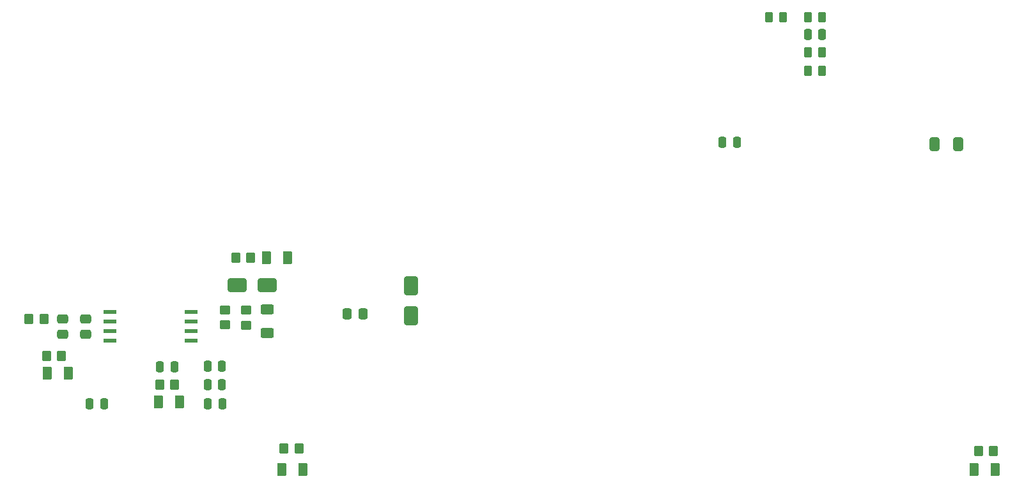
<source format=gbr>
%TF.GenerationSoftware,KiCad,Pcbnew,8.0.8*%
%TF.CreationDate,2025-03-01T14:31:09-05:00*%
%TF.ProjectId,MyFirstBuck,4d794669-7273-4744-9275-636b2e6b6963,rev?*%
%TF.SameCoordinates,Original*%
%TF.FileFunction,Paste,Top*%
%TF.FilePolarity,Positive*%
%FSLAX46Y46*%
G04 Gerber Fmt 4.6, Leading zero omitted, Abs format (unit mm)*
G04 Created by KiCad (PCBNEW 8.0.8) date 2025-03-01 14:31:09*
%MOMM*%
%LPD*%
G01*
G04 APERTURE LIST*
G04 Aperture macros list*
%AMRoundRect*
0 Rectangle with rounded corners*
0 $1 Rounding radius*
0 $2 $3 $4 $5 $6 $7 $8 $9 X,Y pos of 4 corners*
0 Add a 4 corners polygon primitive as box body*
4,1,4,$2,$3,$4,$5,$6,$7,$8,$9,$2,$3,0*
0 Add four circle primitives for the rounded corners*
1,1,$1+$1,$2,$3*
1,1,$1+$1,$4,$5*
1,1,$1+$1,$6,$7*
1,1,$1+$1,$8,$9*
0 Add four rect primitives between the rounded corners*
20,1,$1+$1,$2,$3,$4,$5,0*
20,1,$1+$1,$4,$5,$6,$7,0*
20,1,$1+$1,$6,$7,$8,$9,0*
20,1,$1+$1,$8,$9,$2,$3,0*%
G04 Aperture macros list end*
%ADD10R,1.701800X0.558800*%
%ADD11RoundRect,0.250000X-0.250000X-0.475000X0.250000X-0.475000X0.250000X0.475000X-0.250000X0.475000X0*%
%ADD12RoundRect,0.250000X-0.262500X-0.450000X0.262500X-0.450000X0.262500X0.450000X-0.262500X0.450000X0*%
%ADD13RoundRect,0.250000X0.350000X0.450000X-0.350000X0.450000X-0.350000X-0.450000X0.350000X-0.450000X0*%
%ADD14RoundRect,0.250000X-0.375000X-0.625000X0.375000X-0.625000X0.375000X0.625000X-0.375000X0.625000X0*%
%ADD15RoundRect,0.250000X0.412500X0.650000X-0.412500X0.650000X-0.412500X-0.650000X0.412500X-0.650000X0*%
%ADD16RoundRect,0.250000X-0.350000X-0.450000X0.350000X-0.450000X0.350000X0.450000X-0.350000X0.450000X0*%
%ADD17RoundRect,0.250000X0.450000X-0.350000X0.450000X0.350000X-0.450000X0.350000X-0.450000X-0.350000X0*%
%ADD18RoundRect,0.250000X-1.000000X-0.650000X1.000000X-0.650000X1.000000X0.650000X-1.000000X0.650000X0*%
%ADD19RoundRect,0.250000X0.375000X0.625000X-0.375000X0.625000X-0.375000X-0.625000X0.375000X-0.625000X0*%
%ADD20RoundRect,0.250000X0.625000X-0.400000X0.625000X0.400000X-0.625000X0.400000X-0.625000X-0.400000X0*%
%ADD21RoundRect,0.250000X-0.650000X1.000000X-0.650000X-1.000000X0.650000X-1.000000X0.650000X1.000000X0*%
%ADD22RoundRect,0.250000X0.250000X0.475000X-0.250000X0.475000X-0.250000X-0.475000X0.250000X-0.475000X0*%
%ADD23RoundRect,0.250000X-0.337500X-0.475000X0.337500X-0.475000X0.337500X0.475000X-0.337500X0.475000X0*%
%ADD24RoundRect,0.250000X0.262500X0.450000X-0.262500X0.450000X-0.262500X-0.450000X0.262500X-0.450000X0*%
%ADD25RoundRect,0.250000X-0.475000X0.337500X-0.475000X-0.337500X0.475000X-0.337500X0.475000X0.337500X0*%
G04 APERTURE END LIST*
D10*
%TO.C,U3*%
X84664200Y-71021000D03*
X84664200Y-72291000D03*
X84664200Y-73561000D03*
X84664200Y-74831000D03*
X95433800Y-74831000D03*
X95433800Y-73561000D03*
X95433800Y-72291000D03*
X95433800Y-71021000D03*
%TD*%
D11*
%TO.C,C1*%
X179037500Y-34189000D03*
X177137500Y-34189000D03*
%TD*%
D12*
%TO.C,R4*%
X171973500Y-31858000D03*
X173798500Y-31858000D03*
%TD*%
D13*
%TO.C,R7*%
X199729000Y-89436000D03*
X201729000Y-89436000D03*
%TD*%
D14*
%TO.C,D3(Red)1*%
X107431000Y-91948000D03*
X110231000Y-91948000D03*
%TD*%
D15*
%TO.C,C5*%
X197062500Y-48750000D03*
X193937500Y-48750000D03*
%TD*%
D12*
%TO.C,R2*%
X179000000Y-39000000D03*
X177175000Y-39000000D03*
%TD*%
D11*
%TO.C,C2*%
X165800000Y-48500000D03*
X167700000Y-48500000D03*
%TD*%
D14*
%TO.C,D5(Blue)1*%
X76393000Y-79110000D03*
X79193000Y-79110000D03*
%TD*%
D16*
%TO.C,R8*%
X76285000Y-76824000D03*
X78285000Y-76824000D03*
%TD*%
D17*
%TO.C,R11*%
X99891000Y-72726000D03*
X99891000Y-70726000D03*
%TD*%
D18*
%TO.C,D6*%
X101549000Y-67436000D03*
X105549000Y-67436000D03*
%TD*%
D11*
%TO.C,C10*%
X97621000Y-78174000D03*
X99521000Y-78174000D03*
%TD*%
%TO.C,C6*%
X81989000Y-83174000D03*
X83889000Y-83174000D03*
%TD*%
D14*
%TO.C,D7*%
X105427000Y-63818000D03*
X108227000Y-63818000D03*
%TD*%
D16*
%TO.C,R6*%
X107712000Y-89154000D03*
X109712000Y-89154000D03*
%TD*%
D19*
%TO.C,D4(green)1*%
X199149000Y-91936000D03*
X201949000Y-91936000D03*
%TD*%
D11*
%TO.C,C12*%
X97671000Y-83174000D03*
X99571000Y-83174000D03*
%TD*%
D20*
%TO.C,R12*%
X105479000Y-73776000D03*
X105479000Y-70676000D03*
%TD*%
D19*
%TO.C,D2*%
X93925000Y-82920000D03*
X91125000Y-82920000D03*
%TD*%
D11*
%TO.C,C11*%
X97621000Y-80664000D03*
X99521000Y-80664000D03*
%TD*%
D16*
%TO.C,R9*%
X73949000Y-71926000D03*
X75949000Y-71926000D03*
%TD*%
D17*
%TO.C,R10*%
X102685000Y-72744000D03*
X102685000Y-70744000D03*
%TD*%
D13*
%TO.C,R5*%
X93271000Y-80634000D03*
X91271000Y-80634000D03*
%TD*%
D21*
%TO.C,D1*%
X124529000Y-67490000D03*
X124529000Y-71490000D03*
%TD*%
D22*
%TO.C,C7*%
X93200000Y-78250000D03*
X91300000Y-78250000D03*
%TD*%
D23*
%TO.C,C4*%
X116104000Y-71236000D03*
X118179000Y-71236000D03*
%TD*%
D13*
%TO.C,R13*%
X103327000Y-63818000D03*
X101327000Y-63818000D03*
%TD*%
D24*
%TO.C,R1*%
X177175000Y-36500000D03*
X179000000Y-36500000D03*
%TD*%
%TO.C,R3*%
X177146500Y-31858000D03*
X178971500Y-31858000D03*
%TD*%
D25*
%TO.C,C9*%
X78449000Y-71888500D03*
X78449000Y-73963500D03*
%TD*%
%TO.C,C8*%
X81449000Y-71888500D03*
X81449000Y-73963500D03*
%TD*%
M02*

</source>
